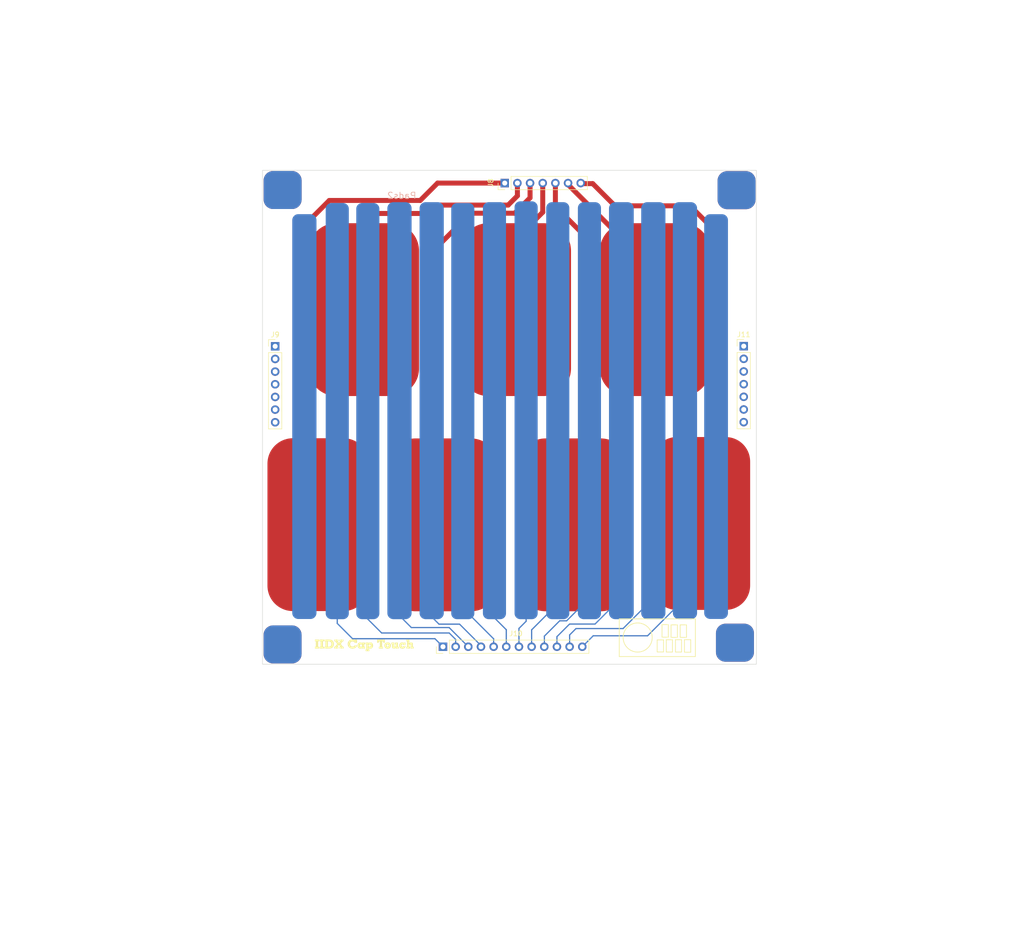
<source format=kicad_pcb>
(kicad_pcb (version 20221018) (generator pcbnew)
  (layers (0 "F.Cu" signal) (31 "B.Cu" signal) (34 "B.Paste" user) (35 "F.Paste" user) (36 "B.SilkS" user "B.Silkscreen") (37 "F.SilkS" user "F.Silkscreen") (38 "B.Mask" user) (39 "F.Mask" user) (44 "Edge.Cuts" user))
  (net 0 "")
  (net 1 "Net-(J1-Pin_1)")
  (net 2 "Net-(J2-Pin_1)")
  (net 3 "Net-(J3-Pin_1)")
  (net 4 "Net-(J4-Pin_1)")
  (net 5 "Net-(J5-Pin_1)")
  (net 6 "Net-(J6-Pin_1)")
  (net 7 "Net-(J7-Pin_1)")
  (net 8 "Net-(J10-Pin_12)")
  (net 9 "Net-(J10-Pin_11)")
  (net 10 "Net-(J10-Pin_10)")
  (net 11 "Net-(J10-Pin_9)")
  (net 12 "Net-(J10-Pin_8)")
  (net 13 "Net-(J10-Pin_7)")
  (net 14 "Net-(J10-Pin_6)")
  (net 15 "Net-(J10-Pin_5)")
  (net 16 "Net-(J10-Pin_4)")
  (net 17 "Net-(J10-Pin_3)")
  (net 18 "Net-(J10-Pin_2)")
  (net 19 "Net-(J10-Pin_1)")
  (footprint "LOGO" (layer "F.Cu") (at 136.600014 128.012208)
    (fp_text reference "G***" hide)
    (fp_text value "LOGO" hide)
    (fp_poly (pts (xy -28.718196 -0.701167) (xy -28.718196 -0.513531) (xy -28.816951 -0.513531) (xy -28.915707 -0.513531) (xy -28.915707 0.019751) (xy -28.915707 0.553032) (xy -28.816951 0.553032) (xy -28.718196 0.553032) (xy -28.718196 0.740668) (xy -28.718196 0.928304) (xy -29.142846 0.928304) (xy -29.567496 0.928304) (xy -29.567496 0.740668) (xy -29.567496 0.553032) (xy -29.478615 0.553032) (xy -29.389735 0.553032) (xy -29.389735 0.019751) (xy -29.389735 -0.513531) (xy -29.478615 -0.513531) (xy -29.567496 -0.513531) (xy -29.567496 -0.701167) (xy -29.567496 -0.888803) (xy -29.142846 -0.888803) (xy -28.718196 -0.888803)) (fill solid) (layer "F.SilkS"))
    (fp_poly (pts (xy -27.750388 -0.701167) (xy -27.750388 -0.513531) (xy -27.849144 -0.513531) (xy -27.9479 -0.513531) (xy -27.9479 0.019751) (xy -27.9479 0.553032) (xy -27.849144 0.553032) (xy -27.750388 0.553032) (xy -27.750388 0.740668) (xy -27.750388 0.928304) (xy -28.175038 0.928304) (xy -28.599689 0.928304) (xy -28.599689 0.740668) (xy -28.599689 0.553032) (xy -28.510808 0.553032) (xy -28.421928 0.553032) (xy -28.421928 0.019751) (xy -28.421928 -0.513531) (xy -28.510808 -0.513531) (xy -28.599689 -0.513531) (xy -28.599689 -0.701167) (xy -28.599689 -0.888803) (xy -28.175038 -0.888803) (xy -27.750388 -0.888803)) (fill solid) (layer "F.SilkS"))
    (fp_poly (pts (xy -15.544168 -0.552202) (xy -15.544168 -0.215602) (xy -15.695966 -0.22137) (xy -15.847764 -0.227139) (xy -15.889084 -0.365397) (xy -15.91116 -0.436548) (xy -15.928863 -0.478259) (xy -15.94893 -0.498996) (xy -15.978095 -0.507229) (xy -16.003926 -0.509785) (xy -16.077449 -0.515915) (xy -16.077449 0.018559) (xy -16.077449 0.553032) (xy -15.988569 0.553032) (xy -15.899689 0.553032) (xy -15.899689 0.740668) (xy -15.899689 0.928304) (xy -16.324339 0.928304) (xy -16.748989 0.928304) (xy -16.748989 0.740668) (xy -16.748989 0.553032) (xy -16.650233 0.553032) (xy -16.551477 0.553032) (xy -16.551477 0.019751) (xy -16.551477 -0.513531) (xy -16.625544 -0.513346) (xy -16.699611 -0.513161) (xy -16.744535 -0.365212) (xy -16.78946 -0.217263) (xy -16.937109 -0.217263) (xy -17.084759 -0.217263) (xy -17.084759 -0.553033) (xy -17.084759 -0.888803) (xy -16.314463 -0.888803) (xy -15.544168 -0.888803)) (fill solid) (layer "F.SilkS"))
    (fp_poly (pts (xy -13.628304 0.104236) (xy -13.627779 0.241813) (xy -13.62594 0.345373) (xy -13.622391 0.420392) (xy -13.616734 0.472344) (xy -13.608575 0.506704) (xy -13.597558 0.528886) (xy -13.551187 0.565399) (xy -13.49247 0.56806) (xy -13.429924 0.536559) (xy -13.428043 0.535055) (xy -13.406542 0.514329) (xy -13.392377 0.488156) (xy -13.383594 0.447873) (xy -13.378241 0.384818) (xy -13.374626 0.298041) (xy -13.367838 0.098755) (xy -13.428942 0.098755) (xy -13.490046 0.098755) (xy -13.490046 -0.088881) (xy -13.490046 -0.276517) (xy -13.203654 -0.276517) (xy -12.917262 -0.276517) (xy -12.917262 0.138258) (xy -12.917262 0.553032) (xy -12.838258 0.553032) (xy -12.759253 0.553032) (xy -12.759253 0.740668) (xy -12.759253 0.928304) (xy -13.065396 0.928304) (xy -13.371539 0.928304) (xy -13.371539 0.857516) (xy -13.371539 0.786727) (xy -13.448802 0.84792) (xy -13.565661 0.921592) (xy -13.68461 0.961244) (xy -13.800301 0.965772) (xy -13.894945 0.939925) (xy -13.979788 0.882707) (xy -14.044238 0.800995) (xy -14.061514 0.764072) (xy -14.068911 0.725134) (xy -14.075166 0.655128) (xy -14.079788 0.562486) (xy -14.082283 0.455636) (xy -14.082581 0.403613) (xy -14.082581 0.098755) (xy -14.15171 0.098755) (xy -14.220839 0.098755) (xy -14.220839 -0.088881) (xy -14.220839 -0.276517) (xy -13.924572 -0.276517) (xy -13.628304 -0.276517)) (fill solid) (layer "F.SilkS"))
    (fp_poly (pts (xy -10.626127 -0.511775) (xy -10.626127 -0.134747) (xy -10.561936 -0.188935) (xy -10.445382 -0.266271) (xy -10.324202 -0.307336) (xy -10.202688 -0.311406) (xy -10.08513 -0.277757) (xy -10.072342 -0.271579) (xy -10.019684 -0.24153) (xy -9.980165 -0.207797) (xy -9.95194 -0.164478) (xy -9.933166 -0.105665) (xy -9.922 -0.025457) (xy -9.916599 0.082054) (xy -9.91512 0.22277) (xy -9.915116 0.232076) (xy -9.915085 0.553032) (xy -9.83608 0.553032) (xy -9.757076 0.553032) (xy -9.757076 0.740668) (xy -9.757076 0.928304) (xy -10.063219 0.928304) (xy -10.369362 0.928304) (xy -10.369362 0.547551) (xy -10.369887 0.409975) (xy -10.371726 0.306415) (xy -10.375275 0.231396) (xy -10.380932 0.179444) (xy -10.389092 0.145084) (xy -10.400109 0.122901) (xy -10.446495 0.08641) (xy -10.505195 0.083646) (xy -10.567388 0.114963) (xy -10.568829 0.116119) (xy -10.590017 0.136853) (xy -10.604094 0.16367) (xy -10.613017 0.205183) (xy -10.618744 0.270005) (xy -10.622692 0.353133) (xy -10.630722 0.553032) (xy -10.559295 0.553032) (xy -10.487869 0.553032) (xy -10.487869 0.740668) (xy -10.487869 0.928304) (xy -10.853266 0.928304) (xy -11.218662 0.928304) (xy -11.218662 0.740668) (xy -11.218662 0.553032) (xy -11.149533 0.553032) (xy -11.080404 0.553032) (xy -11.080404 0.019751) (xy -11.080404 -0.513531) (xy -11.149533 -0.513531) (xy -11.218662 -0.513531) (xy -11.218662 -0.701167) (xy -11.218662 -0.888803) (xy -10.922395 -0.888803) (xy -10.626127 -0.888803)) (fill solid) (layer "F.SilkS"))
    (fp_poly (pts (xy -14.898549 -0.304826) (xy -14.832084 -0.299579) (xy -14.777552 -0.287308) (xy -14.721184 -0.265224) (xy -14.67028 -0.240969) (xy -14.541261 -0.159248) (xy -14.436918 -0.051274) (xy -14.366495 0.059253) (xy -14.347952 0.10353) (xy -14.336521 0.158729) (xy -14.330828 0.234753) (xy -14.329471 0.325894) (xy -14.331281 0.428194) (xy -14.337627 0.501022) (xy -14.349885 0.554283) (xy -14.366495 0.592535) (xy -14.461176 0.733008) (xy -14.576903 0.840058) (xy -14.713793 0.913759) (xy -14.871968 0.954185) (xy -14.958456 0.961918) (xy -15.06661 0.962222) (xy -15.150266 0.951874) (xy -15.212403 0.933589) (xy -15.348665 0.864834) (xy -15.465856 0.770919) (xy -15.557575 0.658372) (xy -15.617426 0.533726) (xy -15.623309 0.514212) (xy -15.633334 0.457956) (xy -15.64038 0.379952) (xy -15.640809 0.366629) (xy -15.182327 0.366629) (xy -15.155356 0.453622) (xy -15.155159 0.454002) (xy -15.099901 0.526929) (xy -15.030334 0.564433) (xy -14.950784 0.565023) (xy -14.894062 0.544027) (xy -14.84062 0.497952) (xy -14.798214 0.42823) (xy -14.775541 0.350648) (xy -14.773872 0.325894) (xy -14.789406 0.238747) (xy -14.831157 0.165319) (xy -14.891847 0.112223) (xy -14.964199 0.086072) (xy -15.032516 0.090822) (xy -15.102118 0.129686) (xy -15.152455 0.19503) (xy -15.180276 0.277221) (xy -15.182327 0.366629) (xy -15.640809 0.366629) (xy -15.642813 0.30436) (xy -15.624225 0.152791) (xy -15.569574 0.014734) (xy -15.480898 -0.106718) (xy -15.360238 -0.208476) (xy -15.27034 -0.260279) (xy -15.217234 -0.282945) (xy -15.162085 -0.296761) (xy -15.092652 -0.303723) (xy -14.996694 -0.305823) (xy -14.99072 -0.305837)) (fill solid) (layer "F.SilkS"))
    (fp_poly (pts (xy -12.002009 -0.3096) (xy -11.929309 -0.292855) (xy -11.86305 -0.269554) (xy -11.813705 -0.243466) (xy -11.791744 -0.218361) (xy -11.791446 -0.215501) (xy -11.776364 -0.198023) (xy -11.771695 -0.197512) (xy -11.755647 -0.214055) (xy -11.751944 -0.237014) (xy -11.748973 -0.255782) (xy -11.73505 -0.267444) (xy -11.702656 -0.273671) (xy -11.644272 -0.276134) (xy -11.574183 -0.276517) (xy -11.396423 -0.276517) (xy -11.396423 -0.019752) (xy -11.396423 0.237014) (xy -11.58485 0.237014) (xy -11.773277 0.237014) (xy -11.848432 0.158009) (xy -11.917994 0.10008) (xy -11.985224 0.079313) (xy -12.057384 0.094547) (xy -12.101451 0.117636) (xy -12.158991 0.174098) (xy -12.19284 0.25202) (xy -12.201873 0.340441) (xy -12.184968 0.428398) (xy -12.141118 0.504798) (xy -12.076819 0.550456) (xy -12.013097 0.566799) (xy -11.962736 0.571063) (xy -11.926671 0.563023) (xy -11.890639 0.536492) (xy -11.850972 0.496449) (xy -11.773277 0.414774) (xy -11.566163 0.414774) (xy -11.359049 0.414774) (xy -11.389749 0.518468) (xy -11.451659 0.664409) (xy -11.541764 0.783744) (xy -11.657531 0.874694) (xy -11.796425 0.935478) (xy -11.955914 0.964315) (xy -12.027107 0.966486) (xy -12.110275 0.96171) (xy -12.190941 0.950727) (xy -12.237895 0.939796) (xy -12.37632 0.877129) (xy -12.490067 0.785308) (xy -12.576751 0.667792) (xy -12.63399 0.528038) (xy -12.659398 0.369502) (xy -12.660497 0.326996) (xy -12.65251 0.185531) (xy -12.625968 0.070426) (xy -12.576999 -0.028632) (xy -12.501735 -0.121956) (xy -12.485919 -0.13812) (xy -12.376 -0.230264) (xy -12.262251 -0.287333) (xy -12.13526 -0.31336) (xy -12.07068 -0.316019)) (fill solid) (layer "F.SilkS"))
    (fp_poly (pts (xy -20.290791 -0.284785) (xy -20.197559 -0.234423) (xy -20.149575 -0.187454) (xy -20.106687 -0.132931) (xy -20.106687 -0.204724) (xy -20.106687 -0.276517) (xy -19.810419 -0.276517) (xy -19.514152 -0.276517) (xy -19.514152 -0.088881) (xy -19.514152 0.098755) (xy -19.593157 0.098755) (xy -19.672161 0.098755) (xy -19.672161 0.325894) (xy -19.672161 0.553032) (xy -19.593157 0.553032) (xy -19.514152 0.553032) (xy -19.514152 0.740668) (xy -19.514152 0.928304) (xy -19.810419 0.928304) (xy -20.106687 0.928304) (xy -20.106687 0.865356) (xy -20.106687 0.802407) (xy -20.161003 0.854432) (xy -20.258129 0.921347) (xy -20.374137 0.958991) (xy -20.499621 0.965661) (xy -20.625174 0.939657) (xy -20.627575 0.938809) (xy -20.731081 0.884335) (xy -20.830029 0.800963) (xy -20.915006 0.698996) (xy -20.976598 0.588739) (xy -20.994847 0.536783) (xy -21.012385 0.431193) (xy -21.014933 0.324682) (xy -20.551088 0.324682) (xy -20.547001 0.396107) (xy -20.53139 0.44483) (xy -20.50171 0.484472) (xy -20.422936 0.547254) (xy -20.340274 0.570974) (xy -20.254865 0.555464) (xy -20.203426 0.527699) (xy -20.135573 0.460874) (xy -20.099104 0.37743) (xy -20.097113 0.286629) (xy -20.108781 0.244539) (xy -20.157978 0.161953) (xy -20.226813 0.108353) (xy -20.307297 0.085575) (xy -20.39144 0.095456) (xy -20.471254 0.139831) (xy -20.48999 0.156924) (xy -20.526924 0.199472) (xy -20.545131 0.241798) (xy -20.550865 0.301075) (xy -20.551088 0.324682) (xy -21.014933 0.324682) (xy -21.015367 0.306544) (xy -21.004568 0.180183) (xy -20.980764 0.069458) (xy -20.972909 0.046348) (xy -20.913916 -0.066652) (xy -20.830167 -0.166864) (xy -20.731097 -0.244643) (xy -20.650568 -0.28309) (xy -20.525689 -0.310721) (xy -20.402965 -0.310752)) (fill solid) (layer "F.SilkS"))
    (fp_poly (pts (xy -27.103538 -0.88846) (xy -26.888892 -0.887042) (xy -26.709042 -0.882328) (xy -26.559339 -0.873193) (xy -26.435135 -0.858511) (xy -26.331783 -0.837155) (xy -26.244635 -0.807999) (xy -26.169043 -0.769917) (xy -26.100359 -0.721784) (xy -26.033936 -0.662472) (xy -25.991252 -0.618959) (xy -25.884951 -0.478328) (xy -25.81014 -0.316316) (xy -25.767866 -0.136715) (xy -25.759173 0.056687) (xy -25.770837 0.18002) (xy -25.808201 0.349472) (xy -25.869063 0.493445) (xy -25.957544 0.620884) (xy -25.991252 0.658461) (xy -26.058633 0.725376) (xy -26.125354 0.780405) (xy -26.19606 0.824674) (xy -26.275402 0.85931) (xy -26.368025 0.885437) (xy -26.478578 0.904184) (xy -26.611709 0.916674) (xy -26.772065 0.924036) (xy -26.964294 0.927394) (xy -27.103538 0.927962) (xy -27.651633 0.928304) (xy -27.651633 0.740668) (xy -27.651633 0.553032) (xy -27.552877 0.553032) (xy -27.454121 0.553032) (xy -27.454121 0.019751) (xy -27.454121 -0.513531) (xy -27.552877 -0.513531) (xy -27.651633 -0.513531) (xy -27.651633 -0.519099) (xy -26.960342 -0.519099) (xy -26.960342 0.019751) (xy -26.960342 0.5586) (xy -26.790361 0.547996) (xy -26.688742 0.538492) (xy -26.610493 0.522227) (xy -26.539591 0.495361) (xy -26.509565 0.480718) (xy -26.42648 0.429257) (xy -26.365938 0.367059) (xy -26.338838 0.32714) (xy -26.312018 0.281423) (xy -26.294678 0.241549) (xy -26.284761 0.196959) (xy -26.280209 0.137094) (xy -26.278963 0.051394) (xy -26.278926 0.019751) (xy -26.279591 -0.075552) (xy -26.282958 -0.141916) (xy -26.291084 -0.189901) (xy -26.306028 -0.230066) (xy -26.329848 -0.272969) (xy -26.338838 -0.287639) (xy -26.414215 -0.379322) (xy -26.512911 -0.445573) (xy -26.638488 -0.488134) (xy -26.790361 -0.508494) (xy -26.960342 -0.519099) (xy -27.651633 -0.519099) (xy -27.651633 -0.701167) (xy -27.651633 -0.888803)) (fill solid) (layer "F.SilkS"))
    (fp_poly (pts (xy -21.845105 -0.906777) (xy -21.7696 -0.882382) (xy -21.687621 -0.84386) (xy -21.646621 -0.819232) (xy -21.548522 -0.753216) (xy -21.548522 -0.821009) (xy -21.548522 -0.888803) (xy -21.331259 -0.888803) (xy -21.113996 -0.888803) (xy -21.113996 -0.543157) (xy -21.113996 -0.197512) (xy -21.348614 -0.197512) (xy -21.583232 -0.197512) (xy -21.608104 -0.257559) (xy -21.664575 -0.344975) (xy -21.749768 -0.414632) (xy -21.855558 -0.463009) (xy -21.973822 -0.486582) (xy -22.096435 -0.481831) (xy -22.116747 -0.478033) (xy -22.249539 -0.432834) (xy -22.355064 -0.359503) (xy -22.432175 -0.259546) (xy -22.479723 -0.134468) (xy -22.496559 0.014226) (xy -22.496578 0.019751) (xy -22.480551 0.16987) (xy -22.432627 0.297082) (xy -22.353047 0.400931) (xy -22.26095 0.470339) (xy -22.201286 0.500771) (xy -22.143127 0.516997) (xy -22.069466 0.522961) (xy -22.032426 0.523357) (xy -21.889842 0.508046) (xy -21.771516 0.462527) (xy -21.678481 0.38726) (xy -21.652238 0.354191) (xy -21.5979 0.277359) (xy -21.346073 0.276938) (xy -21.235529 0.277799) (xy -21.15996 0.281105) (xy -21.11489 0.287286) (xy -21.095843 0.296776) (xy -21.094495 0.301205) (xy -21.104874 0.338699) (xy -21.131777 0.398447) (xy -21.169554 0.470012) (xy -21.212554 0.542958) (xy -21.255125 0.606849) (xy -21.27211 0.629211) (xy -21.356342 0.714484) (xy -21.466173 0.797445) (xy -21.5883 0.868921) (xy -21.676905 0.908324) (xy -21.785619 0.938015) (xy -21.916792 0.956521) (xy -22.055583 0.963134) (xy -22.187151 0.95715) (xy -22.296656 0.937863) (xy -22.296848 0.937809) (xy -22.47368 0.869417) (xy -22.629853 0.771653) (xy -22.762731 0.648937) (xy -22.869676 0.505687) (xy -22.94805 0.346322) (xy -22.995216 0.175263) (xy -23.008536 -0.003073) (xy -22.985372 -0.184265) (xy -22.979866 -0.206567) (xy -22.913981 -0.385487) (xy -22.817389 -0.543607) (xy -22.694445 -0.678237) (xy -22.549506 -0.786691) (xy -22.386926 -0.86628) (xy -22.211063 -0.914317) (xy -22.026272 -0.928114)) (fill solid) (layer "F.SilkS"))
    (fp_poly (pts (xy -18.386602 -0.309437) (xy -18.287687 -0.294171) (xy -18.214698 -0.268773) (xy -18.126905 -0.206732) (xy -18.042816 -0.117527) (xy -17.972949 -0.012903) (xy -17.956327 0.019751) (xy -17.930972 0.079536) (xy -17.915491 0.135893) (xy -17.907572 0.202114) (xy -17.904902 0.291494) (xy -17.904789 0.316018) (xy -17.906182 0.411927) (xy -17.912308 0.481648) (xy -17.925436 0.538422) (xy -17.947835 0.595487) (xy -17.955591 0.612286) (xy -18.026237 0.737176) (xy -18.10884 0.832042) (xy -18.207719 0.904003) (xy -18.260749 0.932007) (xy -18.310664 0.948338) (xy -18.371482 0.955984) (xy -18.457216 0.95793) (xy -18.460791 0.957931) (xy -18.543622 0.956701) (xy -18.600201 0.950778) (xy -18.643757 0.93681) (xy -18.687519 0.911448) (xy -18.712619 0.894147) (xy -18.80311 0.830363) (xy -18.80311 0.958338) (xy -18.80311 1.086314) (xy -18.724105 1.086314) (xy -18.645101 1.086314) (xy -18.645101 1.27395) (xy -18.645101 1.461586) (xy -19.020373 1.461586) (xy -19.395645 1.461586) (xy -19.395645 1.27395) (xy -19.395645 1.086314) (xy -19.326516 1.086314) (xy -19.257387 1.086314) (xy -19.257387 0.582659) (xy -19.257387 0.331813) (xy -18.822787 0.331813) (xy -18.806034 0.423497) (xy -18.760517 0.496786) (xy -18.693689 0.546981) (xy -18.613004 0.569385) (xy -18.525914 0.5593) (xy -18.487309 0.54327) (xy -18.41839 0.491959) (xy -18.380065 0.421936) (xy -18.368584 0.329855) (xy -18.373373 0.262873) (xy -18.392411 0.215865) (xy -18.425307 0.177252) (xy -18.501286 0.121543) (xy -18.583816 0.103333) (xy -18.667586 0.116992) (xy -18.744428 0.159235) (xy -18.798155 0.228203) (xy -18.822139 0.314722) (xy -18.822787 0.331813) (xy -19.257387 0.331813) (xy -19.257387 0.079004) (xy -19.326516 0.079004) (xy -19.395645 0.079004) (xy -19.395645 -0.098756) (xy -19.395645 -0.276517) (xy -19.099377 -0.276517) (xy -18.80311 -0.276517) (xy -18.80311 -0.215217) (xy -18.80311 -0.153918) (xy -18.73424 -0.214386) (xy -18.670395 -0.258475) (xy -18.597977 -0.29236) (xy -18.581169 -0.297633) (xy -18.490165 -0.311042)) (fill solid) (layer "F.SilkS"))
    (fp_poly (pts (xy -24.846967 -0.702359) (xy -24.846967 -0.515915) (xy -24.918187 -0.509785) (xy -24.989408 -0.503655) (xy -24.867037 -0.350584) (xy -24.814859 -0.285978) (xy -24.772561 -0.234852) (xy -24.745657 -0.203803) (xy -24.739031 -0.197512) (xy -24.725395 -0.212092) (xy -24.693096 -0.251422) (xy -24.647489 -0.308887) (xy -24.611161 -0.355521) (xy -24.488926 -0.513531) (xy -24.559315 -0.513531) (xy -24.629704 -0.513531) (xy -24.629704 -0.701167) (xy -24.629704 -0.888803) (xy -24.234681 -0.888803) (xy -23.839657 -0.888803) (xy -23.839657 -0.701167) (xy -23.839657 -0.513531) (xy -23.913751 -0.513531) (xy -23.942511 -0.512181) (xy -23.967786 -0.505121) (xy -23.994429 -0.487836) (xy -24.027295 -0.455811) (xy -24.071236 -0.404533) (xy -24.131108 -0.329486) (xy -24.182956 -0.263139) (xy -24.256046 -0.16861) (xy -24.307379 -0.099675) (xy -24.339972 -0.051158) (xy -24.356845 -0.017885) (xy -24.361014 0.005318) (xy -24.355498 0.023626) (xy -24.352869 0.028191) (xy -24.332334 0.057776) (xy -24.292538 0.112025) (xy -24.238389 0.184357) (xy -24.174793 0.268188) (xy -24.141968 0.311081) (xy -24.071096 0.402964) (xy -24.019107 0.468037) (xy -23.980962 0.510921) (xy -23.951623 0.536239) (xy -23.926048 0.548614) (xy -23.8992 0.552669) (xy -23.87821 0.553032) (xy -23.800155 0.553032) (xy -23.800155 0.740668) (xy -23.800155 0.928304) (xy -24.21493 0.928304) (xy -24.629704 0.928304) (xy -24.629704 0.740668) (xy -24.629704 0.553032) (xy -24.560575 0.553032) (xy -24.514856 0.550438) (xy -24.492033 0.544059) (xy -24.491446 0.542716) (xy -24.501787 0.52318) (xy -24.529889 0.477843) (xy -24.571368 0.413616) (xy -24.618081 0.343031) (xy -24.744715 0.153662) (xy -24.875118 0.34841) (xy -25.005521 0.543157) (xy -24.936119 0.549287) (xy -24.866718 0.555417) (xy -24.866718 0.741861) (xy -24.866718 0.928304) (xy -25.271617 0.928304) (xy -25.676516 0.928304) (xy -25.676516 0.740668) (xy -25.676516 0.553032) (xy -25.598879 0.553032) (xy -25.568664 0.551934) (xy -25.542947 0.545571) (xy -25.516736 0.529336) (xy -25.485037 0.498626) (xy -25.442858 0.448834) (xy -25.385205 0.375356) (xy -25.334046 0.308768) (xy -25.267453 0.221413) (xy -25.207942 0.142488) (xy -25.160373 0.078504) (xy -25.129607 0.035972) (xy -25.121967 0.024663) (xy -25.114773 0.007218) (xy -25.116775 -0.013999) (xy -25.131083 -0.043989) (xy -25.160807 -0.087749) (xy -25.209054 -0.150279) (xy -25.278935 -0.236578) (xy -25.301712 -0.264354) (xy -25.378174 -0.35696) (xy -25.434729 -0.423243) (xy -25.476309 -0.467592) (xy -25.507846 -0.4944) (xy -25.534272 -0.508059) (xy -25.560519 -0.51296) (xy -25.581551 -0.513531) (xy -25.656765 -0.513531) (xy -25.656765 -0.701167) (xy -25.656765 -0.888803) (xy -25.251866 -0.888803) (xy -24.846967 -0.888803)) (fill solid) (layer "F.SilkS"))
  )
  (footprint "clipboard:4807e8d7-bff8-4c85-8422-397af0b06065" (layer "F.Cu") (at 126.065246 90.98437)
    (fp_text reference "J3" hide)
    (fp_text value "Conn_01x01" hide)
    (pad "1" smd roundrect (at 6.69925 13.1445) (size 22.1615 34.671) (layers "F.Cu" "F.Paste" "F.Mask") (net 3 "Net-(J3-Pin_1)"))
  )
  (footprint "clipboard:4807e8d7-bff8-4c85-8422-397af0b06065" (layer "F.Cu") (at 152.130709 90.98437)
    (fp_text reference "J5" hide)
    (fp_text value "Conn_01x01" hide)
    (pad "1" smd roundrect (at 6.69925 13.1445) (size 22.1615 34.671) (layers "F.Cu" "F.Paste" "F.Mask") (net 5 "Net-(J5-Pin_1)"))
  )
  (footprint "clipboard:4807e8d7-bff8-4c85-8422-397af0b06065" (layer "F.Cu") (at 168.56075 47.8155)
    (fp_text reference "J6" hide)
    (fp_text value "Conn_01x01" hide)
    (pad "1" smd roundrect (at 6.69925 13.1445) (size 22.1615 34.671) (layers "F.Cu" "F.Paste" "F.Mask") (net 6 "Net-(J6-Pin_1)"))
  )
  (footprint "clipboard:4807e8d7-bff8-4c85-8422-397af0b06065" (layer "F.Cu") (at 192.549564 129.037966)
    (fp_text reference "SolderJoint" hide)
    (fp_text value "Conn_01x01" hide)
    (pad "1" smd roundrect (at -1.27 -1.27) (size 7.62 7.62) (layers "F.Cu" "F.Paste" "F.Mask"))
    (pad "1" smd roundrect (at -1.27 -1.27) (size 7.62 7.62) (layers "B.Cu" "B.Paste" "B.Mask"))
  )
  (footprint "Connector_PinHeader_2.54mm:PinHeader_1x07_P2.54mm_Vertical" (layer "F.Cu") (at 145.105162 35.58026 90)
    (fp_text reference "J8" (at 0.057637 -2.808219 90) (layer "F.SilkS"))
    (fp_text value "Conn_01x07_Pin")
    (fp_line (start -1.33 -1.33) (end 0 -1.33) (stroke (width 0.12)) (layer "F.SilkS"))
    (fp_line (start -1.33 0) (end -1.33 -1.33) (stroke (width 0.12)) (layer "F.SilkS"))
    (fp_line (start -1.33 1.27) (end -1.33 16.57) (stroke (width 0.12)) (layer "F.SilkS"))
    (fp_line (start -1.33 1.27) (end 1.33 1.27) (stroke (width 0.12)) (layer "F.SilkS"))
    (fp_line (start -1.33 16.57) (end 1.33 16.57) (stroke (width 0.12)) (layer "F.SilkS"))
    (fp_line (start 1.33 1.27) (end 1.33 16.57) (stroke (width 0.12)) (layer "F.SilkS"))
    (pad "1" thru_hole rect (at 0 0 90) (size 1.7 1.7) (drill 1) (layers "*.Cu" "*.Mask") (net 1 "Net-(J1-Pin_1)"))
    (pad "2" thru_hole oval (at 0 2.54 90) (size 1.7 1.7) (drill 1) (layers "*.Cu" "*.Mask") (net 2 "Net-(J2-Pin_1)"))
    (pad "3" thru_hole oval (at 0 5.08 90) (size 1.7 1.7) (drill 1) (layers "*.Cu" "*.Mask") (net 3 "Net-(J3-Pin_1)"))
    (pad "4" thru_hole oval (at 0 7.62 90) (size 1.7 1.7) (drill 1) (layers "*.Cu" "*.Mask") (net 4 "Net-(J4-Pin_1)"))
    (pad "5" thru_hole oval (at 0 10.16 90) (size 1.7 1.7) (drill 1) (layers "*.Cu" "*.Mask") (net 5 "Net-(J5-Pin_1)"))
    (pad "6" thru_hole oval (at 0 12.7 90) (size 1.7 1.7) (drill 1) (layers "*.Cu" "*.Mask") (net 6 "Net-(J6-Pin_1)"))
    (pad "7" thru_hole oval (at 0 15.24 90) (size 1.7 1.7) (drill 1) (layers "*.Cu" "*.Mask") (net 7 "Net-(J7-Pin_1)"))
  )
  (footprint "clipboard:4807e8d7-bff8-4c85-8422-397af0b06065" (layer "F.Cu") (at 101.819244 129.380192)
    (fp_text reference "SolderJoint" hide)
    (fp_text value "Conn_01x01" hide)
    (pad "1" smd roundrect (at -1.27 -1.27) (size 7.62 7.62) (layers "F.Cu" "F.Paste" "F.Mask"))
    (pad "1" smd roundrect (at -1.27 -1.27) (size 7.62 7.62) (layers "B.Cu" "B.Paste" "B.Mask"))
  )
  (footprint "clipboard:4807e8d7-bff8-4c85-8422-397af0b06065" (layer "F.Cu") (at 140.62075 47.8155)
    (fp_text reference "J4" hide)
    (fp_text value "Conn_01x01" hide)
    (pad "1" smd roundrect (at 6.69925 13.1445) (size 22.1615 34.671) (layers "F.Cu" "F.Paste" "F.Mask") (net 4 "Net-(J4-Pin_1)"))
  )
  (footprint "clipboard:4807e8d7-bff8-4c85-8422-397af0b06065" (layer "F.Cu") (at 192.874917 38.272082)
    (fp_text reference "SolderJoint" hide)
    (fp_text value "Conn_01x01" hide)
    (pad "1" smd roundrect (at -1.27 -1.27) (size 7.62 7.62) (layers "F.Cu" "F.Paste" "F.Mask"))
    (pad "1" smd roundrect (at -1.27 -1.27) (size 7.62 7.62) (layers "B.Cu" "B.Paste" "B.Mask"))
  )
  (footprint "clipboard:4807e8d7-bff8-4c85-8422-397af0b06065" (layer "F.Cu") (at 179.088148 90.70737)
    (fp_text reference "J7" hide)
    (fp_text value "Conn_01x01" hide)
    (pad "1" smd roundrect (at 5.42925 13.1445) (size 19.6215 34.671) (layers "F.Cu" "F.Paste" "F.Mask") (net 7 "Net-(J7-Pin_1)"))
  )
  (footprint "Connector_PinHeader_2.54mm:PinHeader_1x12_P2.54mm_Vertical" (layer "F.Cu") (at 132.717555 128.576367 90)
    (fp_text reference "J10" (at 2.639473 14.62811 180) (layer "F.SilkS"))
    (fp_text value "Conn_01x12_Pin" hide)
    (fp_line (start -1.33 -1.33) (end 0 -1.33) (stroke (width 0.12)) (layer "F.SilkS"))
    (fp_line (start -1.33 0) (end -1.33 -1.33) (stroke (width 0.12)) (layer "F.SilkS"))
    (fp_line (start -1.33 1.27) (end -1.33 29.27) (stroke (width 0.12)) (layer "F.SilkS"))
    (fp_line (start -1.33 1.27) (end 1.33 1.27) (stroke (width 0.12)) (layer "F.SilkS"))
    (fp_line (start -1.33 29.27) (end 1.33 29.27) (stroke (width 0.12)) (layer "F.SilkS"))
    (fp_line (start 1.33 1.27) (end 1.33 29.27) (stroke (width 0.12)) (layer "F.SilkS"))
    (pad "1" thru_hole rect (at 0 0 90) (size 1.7 1.7) (drill 1) (layers "*.Cu" "*.Mask") (net 19 "Net-(J10-Pin_1)"))
    (pad "2" thru_hole oval (at 0 2.54 90) (size 1.7 1.7) (drill 1) (layers "*.Cu" "*.Mask") (net 18 "Net-(J10-Pin_2)"))
    (pad "3" thru_hole oval (at 0 5.08 90) (size 1.7 1.7) (drill 1) (layers "*.Cu" "*.Mask") (net 17 "Net-(J10-Pin_3)"))
    (pad "4" thru_hole oval (at 0 7.62 90) (size 1.7 1.7) (drill 1) (layers "*.Cu" "*.Mask") (net 16 "Net-(J10-Pin_4)"))
    (pad "5" thru_hole oval (at 0 10.16 90) (size 1.7 1.7) (drill 1) (layers "*.Cu" "*.Mask") (net 15 "Net-(J10-Pin_5)"))
    (pad "6" thru_hole oval (at 0 12.7 90) (size 1.7 1.7) (drill 1) (layers "*.Cu" "*.Mask") (net 14 "Net-(J10-Pin_6)"))
    (pad "7" thru_hole oval (at 0 15.24 90) (size 1.7 1.7) (drill 1) (layers "*.Cu" "*.Mask") (net 13 "Net-(J10-Pin_7)"))
    (pad "8" thru_hole oval (at 0 17.78 90) (size 1.7 1.7) (drill 1) (layers "*.Cu" "*.Mask") (net 12 "Net-(J10-Pin_8)"))
    (pad "9" thru_hole oval (at 0 20.32 90) (size 1.7 1.7) (drill 1) (layers "*.Cu" "*.Mask") (net 11 "Net-(J10-Pin_9)"))
    (pad "10" thru_hole oval (at 0 22.86 90) (size 1.7 1.7) (drill 1) (layers "*.Cu" "*.Mask") (net 10 "Net-(J10-Pin_10)"))
    (pad "11" thru_hole oval (at 0 25.4 90) (size 1.7 1.7) (drill 1) (layers "*.Cu" "*.Mask") (net 9 "Net-(J10-Pin_11)"))
    (pad "12" thru_hole oval (at 0 27.94 90) (size 1.7 1.7) (drill 1) (layers "*.Cu" "*.Mask") (net 8 "Net-(J10-Pin_12)"))
  )
  (footprint "clipboard:4807e8d7-bff8-4c85-8422-397af0b06065" (layer "F.Cu") (at 100.054435 90.944598)
    (fp_text reference "J1" hide)
    (fp_text value "Conn_01x01" hide)
    (pad "1" smd roundrect (at 7.62 13.1445) (size 20.32 34.671) (layers "F.Cu" "F.Paste" "F.Mask") (net 1 "Net-(J1-Pin_1)"))
  )
  (footprint "LOGO" (layer "F.Cu") (at 144.78 93.98)
    (fp_text reference "G***" hide)
    (fp_text value "LOGO" hide)
  )
  (footprint "Connector_PinHeader_2.54mm:PinHeader_1x07_P2.54mm_Vertical" (layer "F.Cu") (at 99.06 68.316201)
    (fp_text reference "J9" (at 0 -2.33) (layer "F.SilkS"))
    (fp_text value "Conn_01x07_Pin" hide)
    (fp_line (start -1.33 -1.33) (end 0 -1.33) (stroke (width 0.12)) (layer "F.SilkS"))
    (fp_line (start -1.33 0) (end -1.33 -1.33) (stroke (width 0.12)) (layer "F.SilkS"))
    (fp_line (start -1.33 1.27) (end -1.33 16.57) (stroke (width 0.12)) (layer "F.SilkS"))
    (fp_line (start -1.33 1.27) (end 1.33 1.27) (stroke (width 0.12)) (layer "F.SilkS"))
    (fp_line (start -1.33 16.57) (end 1.33 16.57) (stroke (width 0.12)) (layer "F.SilkS"))
    (fp_line (start 1.33 1.27) (end 1.33 16.57) (stroke (width 0.12)) (layer "F.SilkS"))
    (pad "1" thru_hole rect (at 0 0) (size 1.7 1.7) (drill 1) (layers "*.Cu" "*.Mask"))
    (pad "2" thru_hole oval (at 0 2.54) (size 1.7 1.7) (drill 1) (layers "*.Cu" "*.Mask"))
    (pad "3" thru_hole oval (at 0 5.08) (size 1.7 1.7) (drill 1) (layers "*.Cu" "*.Mask"))
    (pad "4" thru_hole oval (at 0 7.62) (size 1.7 1.7) (drill 1) (layers "*.Cu" "*.Mask"))
    (pad "5" thru_hole oval (at 0 10.16) (size 1.7 1.7) (drill 1) (layers "*.Cu" "*.Mask"))
    (pad "6" thru_hole oval (at 0 12.7) (size 1.7 1.7) (drill 1) (layers "*.Cu" "*.Mask"))
    (pad "7" thru_hole oval (at 0 15.24) (size 1.7 1.7) (drill 1) (layers "*.Cu" "*.Mask"))
  )
  (footprint "clipboard:4807e8d7-bff8-4c85-8422-397af0b06065" (layer "F.Cu") (at 110.14075 47.8155)
    (fp_text reference "J2" hide)
    (fp_text value "Conn_01x01" hide)
    (pad "1" smd roundrect (at 6.69925 13.1445) (size 22.1615 34.671) (layers "F.Cu" "F.Paste" "F.Mask") (net 2 "Net-(J2-Pin_1)"))
  )
  (footprint "Connector_PinHeader_2.54mm:PinHeader_1x07_P2.54mm_Vertical" (layer "F.Cu") (at 193.04 68.290871)
    (fp_text reference "J11" (at 0 -2.33) (layer "F.SilkS"))
    (fp_text value "Conn_01x07_Pin" hide)
    (fp_line (start -1.33 -1.33) (end 0 -1.33) (stroke (width 0.12)) (layer "F.SilkS"))
    (fp_line (start -1.33 0) (end -1.33 -1.33) (stroke (width 0.12)) (layer "F.SilkS"))
    (fp_line (start -1.33 1.27) (end -1.33 16.57) (stroke (width 0.12)) (layer "F.SilkS"))
    (fp_line (start -1.33 1.27) (end 1.33 1.27) (stroke (width 0.12)) (layer "F.SilkS"))
    (fp_line (start -1.33 16.57) (end 1.33 16.57) (stroke (width 0.12)) (layer "F.SilkS"))
    (fp_line (start 1.33 1.27) (end 1.33 16.57) (stroke (width 0.12)) (layer "F.SilkS"))
    (pad "1" thru_hole rect (at 0 0) (size 1.7 1.7) (drill 1) (layers "*.Cu" "*.Mask"))
    (pad "2" thru_hole oval (at 0 2.54) (size 1.7 1.7) (drill 1) (layers "*.Cu" "*.Mask"))
    (pad "3" thru_hole oval (at 0 5.08) (size 1.7 1.7) (drill 1) (layers "*.Cu" "*.Mask"))
    (pad "4" thru_hole oval (at 0 7.62) (size 1.7 1.7) (drill 1) (layers "*.Cu" "*.Mask"))
    (pad "5" thru_hole oval (at 0 10.16) (size 1.7 1.7) (drill 1) (layers "*.Cu" "*.Mask"))
    (pad "6" thru_hole oval (at 0 12.7) (size 1.7 1.7) (drill 1) (layers "*.Cu" "*.Mask"))
    (pad "7" thru_hole oval (at 0 15.24) (size 1.7 1.7) (drill 1) (layers "*.Cu" "*.Mask"))
  )
  (footprint "clipboard:4807e8d7-bff8-4c85-8422-397af0b06065" (layer "F.Cu") (at 101.827312 38.239813)
    (fp_text reference "SolderJoint" hide)
    (fp_text value "Conn_01x01" hide)
    (pad "1" smd roundrect (at -1.27 -1.27) (size 7.62 7.62) (layers "F.Cu" "F.Paste" "F.Mask"))
    (pad "1" smd roundrect (at -1.27 -1.27) (size 7.62 7.62) (layers "B.Cu" "B.Paste" "B.Mask"))
  )
  (footprint "clipboard:4807e8d7-bff8-4c85-8422-397af0b06065" (layer "B.Cu") (at 108.753535 39.232422 -90)
    (fp_text reference "Pads2" (at -1.132422 -15.706465 -180) (layer "B.SilkS") (effects (font (size 1.27 1.27)) (justify mirror)))
    (fp_text value "Conn_01x12_Pin" hide)
    (pad "1" smd roundrect (at 42.084625 -2.76225 270) (size 83.47075 4.6355) (layers "B.Cu" "B.Paste" "B.Mask") (net 19 "Net-(J10-Pin_1)"))
    (pad "2" smd roundrect (at 42.084625 -8.89 270) (size 83.47075 4.6355) (layers "B.Cu" "B.Paste" "B.Mask") (net 18 "Net-(J10-Pin_2)"))
    (pad "3" smd roundrect (at 41.997312 -15.24 270) (size 83.645375 4.85775) (layers "B.Cu" "B.Paste" "B.Mask") (roundrect_rratio 0.2500001029) (net 17 "Net-(J10-Pin_3)"))
    (pad "4" smd roundrect (at 41.997312 -21.701125 270) (size 83.645375 4.85775) (layers "B.Cu" "B.Paste" "B.Mask") (roundrect_rratio 0.2500001029) (net 16 "Net-(J10-Pin_4)"))
    (pad "5" smd roundrect (at 42.084625 -27.94 270) (size 83.47075 4.6355) (layers "B.Cu" "B.Paste" "B.Mask") (net 15 "Net-(J10-Pin_5)"))
    (pad "6" smd roundrect (at 41.997312 -34.29 270) (size 83.645375 4.6355) (layers "B.Cu" "B.Paste" "B.Mask") (net 14 "Net-(J10-Pin_6)"))
    (pad "7" smd roundrect (at 41.91 -40.64 270) (size 83.82 4.6355) (layers "B.Cu" "B.Paste" "B.Mask") (net 13 "Net-(J10-Pin_7)"))
    (pad "8" smd roundrect (at 41.997312 -46.99 270) (size 83.645375 4.6355) (layers "B.Cu" "B.Paste" "B.Mask") (net 12 "Net-(J10-Pin_8)"))
    (pad "9" smd roundrect (at 41.997312 -53.34 270) (size 83.645375 4.6355) (layers "B.Cu" "B.Paste" "B.Mask") (net 11 "Net-(J10-Pin_9)"))
    (pad "10" smd roundrect (at 41.997312 -59.745562 270) (size 83.645375 4.968875) (layers "B.Cu" "B.Paste" "B.Mask") (roundrect_rratio 0.2500000503) (net 10 "Net-(J10-Pin_10)"))
    (pad "11" smd roundrect (at 41.997312 -66.151125 270) (size 83.645375 4.85775) (layers "B.Cu" "B.Paste" "B.Mask") (roundrect_rratio 0.2500001029) (net 9 "Net-(J10-Pin_11)"))
    (pad "12" smd roundrect (at 41.997312 -72.501125 270) (size 83.645375 4.85775) (layers "B.Cu" "B.Paste" "B.Mask") (roundrect_rratio 0.2500001029) (net 8 "Net-(J10-Pin_12)"))
    (pad "13" smd roundrect (at 43.18 -78.74 270) (size 81.182384 4.770034) (layers "B.Cu" "B.Paste" "B.Mask") (roundrect_rratio 0.2500001048))
    (pad "14" smd roundrect (at 43.18 3.838499 270) (size 81.20058 4.857748) (layers "B.Cu" "B.Paste" "B.Mask"))
  )
  (gr_rect (start 176.651637 124.144661) (end 177.9114 126.66199) (stroke (width 0.15)) (fill none) (layer "F.SilkS"))
  (gr_rect (start 168.075731 122.976818) (end 183.337353 130.555718) (stroke (width 0.15)) (fill none) (layer "F.SilkS"))
  (gr_circle (center 171.768776 126.724245) (end 173.647434 128.958859) (stroke (width 0.15)) (fill none) (layer "F.SilkS"))
  (gr_rect (start 179.342733 127.168092) (end 180.568621 129.646052) (stroke (width 0.15)) (fill none) (layer "F.SilkS"))
  (gr_rect (start 175.681914 127.197388) (end 176.965114 129.626826) (stroke (width 0.15)) (fill none) (layer "F.SilkS"))
  (gr_rect (start 181.148698 127.162232) (end 182.408461 129.679561) (stroke (width 0.15)) (fill none) (layer "F.SilkS"))
  (gr_rect (start 180.29616 124.179817) (end 181.555923 126.697146) (stroke (width 0.15)) (fill none) (layer "F.SilkS"))
  (gr_rect (start 177.503626 127.173951) (end 178.74636 129.646052) (stroke (width 0.15)) (fill none) (layer "F.SilkS"))
  (gr_rect (start 178.468039 124.179817) (end 179.727802 126.697146) (stroke (width 0.15)) (fill none) (layer "F.SilkS"))
  (gr_rect (start 96.52 33.02) (end 195.58 132.08) (stroke (width 0.1)) (fill none) (layer "Edge.Cuts"))
  (segment (start 128.15302 39.064479) (end 131.637239 35.58026) (width 1) (layer "F.Cu") (net 1))
  (segment (start 109.917318 39.064479) (end 128.15302 39.064479) (width 1) (layer "F.Cu") (net 1))
  (segment (start 103.790981 45.190816) (end 109.917318 39.064479) (width 1) (layer "F.Cu") (net 1))
  (segment (start 104.14 104.14) (end 103.790981 103.790981) (width 1) (layer "F.Cu") (net 1))
  (segment (start 103.790981 103.790981) (end 103.790981 45.190816) (width 1) (layer "F.Cu") (net 1))
  (segment (start 131.637239 35.58026) (end 145.105162 35.58026) (width 1) (layer "F.Cu") (net 1))
  (segment (start 147.645162 35.58026) (end 147.645162 38.136653) (width 1) (layer "F.Cu") (net 2))
  (segment (start 145.788107 39.993708) (end 132.156252 39.993708) (width 1) (layer "F.Cu") (net 2))
  (segment (start 132.156252 39.993708) (end 130.473699 41.676261) (width 1) (layer "F.Cu") (net 2))
  (segment (start 116.84 44.393969) (end 116.84 60.96) (width 1) (layer "F.Cu") (net 2))
  (segment (start 130.473699 41.676261) (end 119.557708 41.676261) (width 1) (layer "F.Cu") (net 2))
  (segment (start 147.645162 38.136653) (end 145.788107 39.993708) (width 1) (layer "F.Cu") (net 2))
  (segment (start 119.557708 41.676261) (end 116.84 44.393969) (width 1) (layer "F.Cu") (net 2))
  (segment (start 147.09328 41.625174) (end 138.283364 41.625174) (width 1) (layer "F.Cu") (net 3))
  (segment (start 138.283364 41.625174) (end 132.08 47.828538) (width 1) (layer "F.Cu") (net 3))
  (segment (start 150.185162 38.533292) (end 147.09328 41.625174) (width 1) (layer "F.Cu") (net 3))
  (segment (start 132.08 47.828538) (end 132.08 104.14) (width 1) (layer "F.Cu") (net 3))
  (segment (start 150.185162 35.58026) (end 150.185162 38.533292) (width 1) (layer "F.Cu") (net 3))
  (segment (start 147.32 46.835335) (end 147.32 60.96) (width 1) (layer "F.Cu") (net 4))
  (segment (start 152.725162 35.58026) (end 152.725162 41.430173) (width 1) (layer "F.Cu") (net 4))
  (segment (start 152.725162 41.430173) (end 147.32 46.835335) (width 1) (layer "F.Cu") (net 4))
  (segment (start 155.265162 40.277082) (end 162.140772 47.152692) (width 1) (layer "F.Cu") (net 5))
  (segment (start 155.265162 35.58026) (end 155.265162 40.277082) (width 1) (layer "F.Cu") (net 5))
  (segment (start 162.140772 102.019228) (end 160.02 104.14) (width 1) (layer "F.Cu") (net 5))
  (segment (start 162.140772 47.152692) (end 162.140772 102.019228) (width 1) (layer "F.Cu") (net 5))
  (segment (start 175.26 60.96) (end 175.26 53.34) (width 1) (layer "F.Cu") (net 6))
  (segment (start 157.805162 35.885162) (end 157.805162 35.58026) (width 1) (layer "F.Cu") (net 6))
  (segment (start 175.26 53.34) (end 157.805162 35.885162) (width 1) (layer "F.Cu") (net 6))
  (segment (start 188.768242 102.408242) (end 188.768242 46.634023) (width 1) (layer "F.Cu") (net 7))
  (segment (start 162.751122 35.6912) (end 160.456102 35.6912) (width 1) (layer "F.Cu") (net 7))
  (segment (start 167.198928 40.139006) (end 162.751122 35.6912) (width 1) (layer "F.Cu") (net 7))
  (segment (start 160.456102 35.6912) (end 160.345162 35.58026) (width 1) (layer "F.Cu") (net 7))
  (segment (start 182.273225 40.139006) (end 167.198928 40.139006) (width 1) (layer "F.Cu") (net 7))
  (segment (start 190.5 104.14) (end 188.768242 102.408242) (width 1) (layer "F.Cu") (net 7))
  (segment (start 188.768242 46.634023) (end 182.273225 40.139006) (width 1) (layer "F.Cu") (net 7))
  (segment (start 173.755427 126.378747) (end 162.855175 126.378747) (width 0.25) (layer "B.Cu") (net 8))
  (segment (start 181.25466 118.879514) (end 173.755427 126.378747) (width 0.25) (layer "B.Cu") (net 8))
  (segment (start 181.25466 81.229734) (end 181.25466 118.879514) (width 0.25) (layer "B.Cu") (net 8))
  (segment (start 162.855175 126.378747) (end 160.657555 128.576367) (width 0.25) (layer "B.Cu") (net 8))
  (segment (start 159.398172 124.930217) (end 158.117555 126.210834) (width 0.25) (layer "B.Cu") (net 9))
  (segment (start 168.837682 124.930217) (end 159.398172 124.930217) (width 0.25) (layer "B.Cu") (net 9))
  (segment (start 174.90466 81.229734) (end 174.90466 118.863239) (width 0.25) (layer "B.Cu") (net 9))
  (segment (start 158.117555 126.210834) (end 158.117555 128.576367) (width 0.25) (layer "B.Cu") (net 9))
  (segment (start 174.90466 118.863239) (end 168.837682 124.930217) (width 0.25) (layer "B.Cu") (net 9))
  (segment (start 168.499097 118.745375) (end 163.217793 124.026679) (width 0.25) (layer "B.Cu") (net 10))
  (segment (start 155.577555 126.555771) (end 155.577555 128.576367) (width 0.25) (layer "B.Cu") (net 10))
  (segment (start 163.217793 124.026679) (end 158.106647 124.026679) (width 0.25) (layer "B.Cu") (net 10))
  (segment (start 158.106647 124.026679) (end 155.577555 126.555771) (width 0.25) (layer "B.Cu") (net 10))
  (segment (start 168.499097 81.229734) (end 168.499097 118.745375) (width 0.25) (layer "B.Cu") (net 10))
  (segment (start 153.06098 126.442225) (end 153.06098 128.552942) (width 0.25) (layer "B.Cu") (net 11))
  (segment (start 153.06098 128.552942) (end 153.037555 128.576367) (width 0.25) (layer "B.Cu") (net 11))
  (segment (start 157.517051 123.377421) (end 156.125784 123.377421) (width 0.25) (layer "B.Cu") (net 11))
  (segment (start 162.093535 81.229734) (end 162.093535 118.800937) (width 0.25) (layer "B.Cu") (net 11))
  (segment (start 162.093535 118.800937) (end 157.517051 123.377421) (width 0.25) (layer "B.Cu") (net 11))
  (segment (start 156.125784 123.377421) (end 153.06098 126.442225) (width 0.25) (layer "B.Cu") (net 11))
  (segment (start 155.743535 81.229734) (end 155.743535 119.943029) (width 0.25) (layer "B.Cu") (net 12))
  (segment (start 155.743535 119.943029) (end 150.497555 125.189009) (width 0.25) (layer "B.Cu") (net 12))
  (segment (start 150.497555 125.189009) (end 150.497555 128.576367) (width 0.25) (layer "B.Cu") (net 12))
  (segment (start 147.957555 124.901135) (end 147.957555 128.576367) (width 0.25) (layer "B.Cu") (net 13))
  (segment (start 149.393535 81.142422) (end 149.393535 123.465155) (width 0.25) (layer "B.Cu") (net 13))
  (segment (start 149.393535 123.465155) (end 147.957555 124.901135) (width 0.25) (layer "B.Cu") (net 13))
  (segment (start 143.043535 122.79244) (end 145.417555 125.16646) (width 0.25) (layer "B.Cu") (net 14))
  (segment (start 143.043535 81.229734) (end 143.043535 122.79244) (width 0.25) (layer "B.Cu") (net 14))
  (segment (start 145.417555 125.16646) (end 145.417555 128.576367) (width 0.25) (layer "B.Cu") (net 14))
  (segment (start 142.877555 126.991521) (end 142.877555 128.576367) (width 0.25) (layer "B.Cu") (net 15))
  (segment (start 136.693535 81.317047) (end 136.693535 120.807501) (width 0.25) (layer "B.Cu") (net 15))
  (segment (start 136.693535 120.807501) (end 142.877555 126.991521) (width 0.25) (layer "B.Cu") (net 15))
  (segment (start 130.45466 122.582931) (end 131.912949 124.04122) (width 0.25) (layer "B.Cu") (net 16))
  (segment (start 140.337555 128.338169) (end 140.337555 128.576367) (width 0.25) (layer "B.Cu") (net 16))
  (segment (start 130.45466 81.229734) (end 130.45466 122.582931) (width 0.25) (layer "B.Cu") (net 16))
  (segment (start 131.912949 124.04122) (end 136.040606 124.04122) (width 0.25) (layer "B.Cu") (net 16))
  (segment (start 136.040606 124.04122) (end 140.337555 128.338169) (width 0.25) (layer "B.Cu") (net 16))
  (segment (start 133.947791 124.726603) (end 137.797555 128.576367) (width 0.25) (layer "B.Cu") (net 17))
  (segment (start 126.369098 124.726603) (end 133.947791 124.726603) (width 0.25) (layer "B.Cu") (net 17))
  (segment (start 123.993535 122.35104) (end 126.369098 124.726603) (width 0.25) (layer "B.Cu") (net 17))
  (segment (start 123.993535 81.229734) (end 123.993535 122.35104) (width 0.25) (layer "B.Cu") (net 17))
  (segment (start 135.257555 127.108971) (end 135.257555 128.576367) (width 0.25) (layer "B.Cu") (net 18))
  (segment (start 120.420293 125.81782) (end 133.966404 125.81782) (width 0.25) (layer "B.Cu") (net 18))
  (segment (start 117.643535 81.317047) (end 117.643535 123.041062) (width 0.25) (layer "B.Cu") (net 18))
  (segment (start 117.643535 123.041062) (end 120.420293 125.81782) (width 0.25) (layer "B.Cu") (net 18))
  (segment (start 133.966404 125.81782) (end 135.257555 127.108971) (width 0.25) (layer "B.Cu") (net 18))
  (segment (start 114.58108 126.96517) (end 111.515785 123.899875) (width 0.25) (layer "B.Cu") (net 19))
  (segment (start 111.515785 123.899875) (end 111.515785 81.317047) (width 0.25) (layer "B.Cu") (net 19))
  (segment (start 132.717555 128.576367) (end 131.106358 126.96517) (width 0.25) (layer "B.Cu") (net 19))
  (segment (start 131.106358 126.96517) (end 114.58108 126.96517) (width 0.25) (layer "B.Cu") (net 19))
)
</source>
